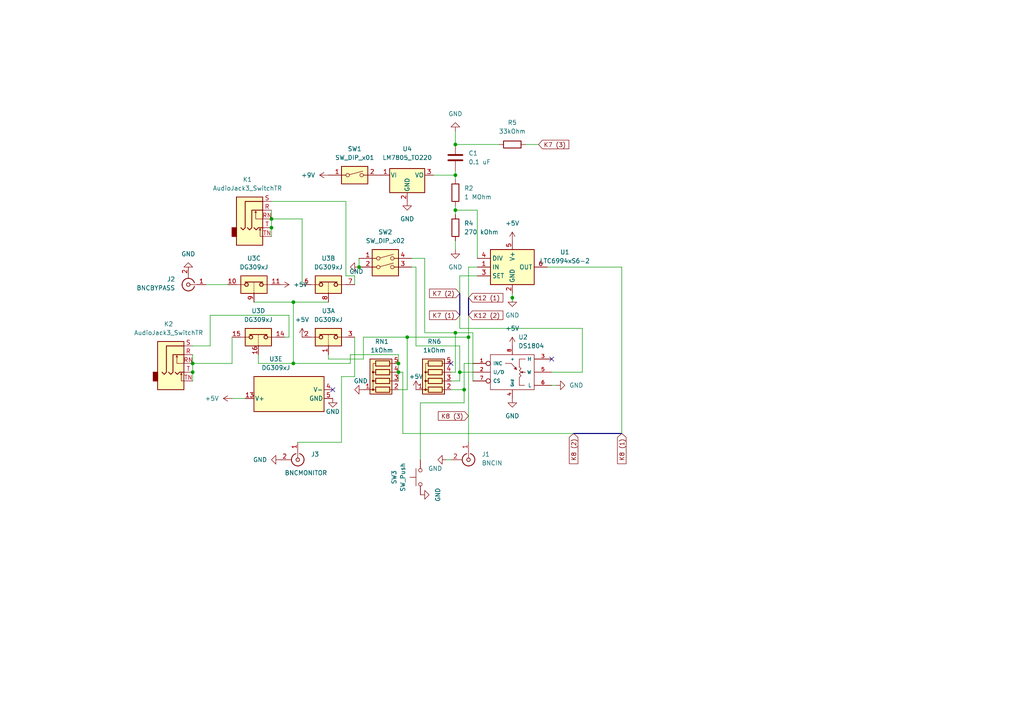
<source format=kicad_sch>
(kicad_sch (version 20211123) (generator eeschema)
  (paper "A4")
  (lib_symbols
    (symbol "Analog_Switch:DG309xJ" (pin_names (offset 0.254))
      (property "Reference" "U" (at -3.175 5.334 0))
      (property "Value" "DG309xJ" (at -3.175 3.556 0))
      (symbol "DG309xJ_1_1"
        (rectangle (start -3.81 2.54) (end 3.81 -2.54) (stroke (width 0.254)) (fill (type background)))
        (circle (center -2.159 0) (radius 0.508) (stroke (width 0.254)))
        (polyline (pts (xy -5.08 0) (xy -2.794 0)))
        (polyline (pts (xy -2.54 0.762) (xy 2.54 0.762)) (stroke (width 0.254)))
        (polyline (pts (xy 0 -2.54) (xy 0 -2.032)))
        (polyline (pts (xy 0 -1.778) (xy 0 -1.524)))
        (polyline (pts (xy 0 -1.27) (xy 0 -1.016)))
        (polyline (pts (xy 0 -0.762) (xy 0 -0.508)))
        (polyline (pts (xy 0 -0.254) (xy 0 0)))
        (polyline (pts (xy 0 0.254) (xy 0 0.508)))
        (polyline (pts (xy 5.08 0) (xy 2.794 0)))
        (circle (center 2.159 0) (radius 0.508) (stroke (width 0.254)))
        (pin input line (at 0 -5.08 90) (length 2.54) (name "~") (number "1"))
        (pin passive line (at -7.62 0 0) (length 2.54) (name "~") (number "2"))
        (pin passive line (at 7.62 0 180) (length 2.54) (name "~") (number "3"))
      )
      (symbol "DG309xJ_2_1"
        (rectangle (start -3.81 2.54) (end 3.81 -2.54) (stroke (width 0.254)) (fill (type background)))
        (circle (center -2.159 0) (radius 0.508) (stroke (width 0.254)))
        (polyline (pts (xy -5.08 0) (xy -2.794 0)))
        (polyline (pts (xy -2.54 0.762) (xy 2.54 0.762)) (stroke (width 0.254)))
        (polyline (pts (xy 0 -2.54) (xy 0 -2.032)))
        (polyline (pts (xy 0 -1.778) (xy 0 -1.524)))
        (polyline (pts (xy 0 -1.27) (xy 0 -1.016)))
        (polyline (pts (xy 0 -0.762) (xy 0 -0.508)))
        (polyline (pts (xy 0 -0.254) (xy 0 0)))
        (polyline (pts (xy 0 0.254) (xy 0 0.508)))
        (polyline (pts (xy 5.08 0) (xy 2.794 0)))
        (circle (center 2.159 0) (radius 0.508) (stroke (width 0.254)))
        (pin passive line (at -7.62 0 0) (length 2.54) (name "~") (number "6"))
        (pin passive line (at 7.62 0 180) (length 2.54) (name "~") (number "7"))
        (pin input line (at 0 -5.08 90) (length 2.54) (name "~") (number "8"))
      )
      (symbol "DG309xJ_3_1"
        (rectangle (start -3.81 2.54) (end 3.81 -2.54) (stroke (width 0.254)) (fill (type background)))
        (circle (center -2.159 0) (radius 0.508) (stroke (width 0.254)))
        (polyline (pts (xy -5.08 0) (xy -2.794 0)))
        (polyline (pts (xy -2.54 0.762) (xy 2.54 0.762)) (stroke (width 0.254)))
        (polyline (pts (xy 0 -2.54) (xy 0 -2.032)))
        (polyline (pts (xy 0 -1.778) (xy 0 -1.524)))
        (polyline (pts (xy 0 -1.27) (xy 0 -1.016)))
        (polyline (pts (xy 0 -0.762) (xy 0 -0.508)))
        (polyline (pts (xy 0 -0.254) (xy 0 0)))
        (polyline (pts (xy 0 0.254) (xy 0 0.508)))
        (polyline (pts (xy 5.08 0) (xy 2.794 0)))
        (circle (center 2.159 0) (radius 0.508) (stroke (width 0.254)))
        (pin passive line (at -7.62 0 0) (length 2.54) (name "~") (number "10"))
        (pin passive line (at 7.62 0 180) (length 2.54) (name "~") (number "11"))
        (pin input line (at 0 -5.08 90) (length 2.54) (name "~") (number "9"))
      )
      (symbol "DG309xJ_4_1"
        (rectangle (start -3.81 2.54) (end 3.81 -2.54) (stroke (width 0.254)) (fill (type background)))
        (circle (center -2.159 0) (radius 0.508) (stroke (width 0.254)))
        (polyline (pts (xy -5.08 0) (xy -2.794 0)))
        (polyline (pts (xy -2.54 0.762) (xy 2.54 0.762)) (stroke (width 0.254)))
        (polyline (pts (xy 0 -2.54) (xy 0 -2.032)))
        (polyline (pts (xy 0 -1.778) (xy 0 -1.524)))
        (polyline (pts (xy 0 -1.27) (xy 0 -1.016)))
        (polyline (pts (xy 0 -0.762) (xy 0 -0.508)))
        (polyline (pts (xy 0 -0.254) (xy 0 0)))
        (polyline (pts (xy 0 0.254) (xy 0 0.508)))
        (polyline (pts (xy 5.08 0) (xy 2.794 0)))
        (circle (center 2.159 0) (radius 0.508) (stroke (width 0.254)))
        (pin passive line (at 7.62 0 180) (length 2.54) (name "~") (number "14"))
        (pin passive line (at -7.62 0 0) (length 2.54) (name "~") (number "15"))
        (pin input line (at 0 -5.08 90) (length 2.54) (name "~") (number "16"))
      )
      (symbol "DG309xJ_5_0"
        (pin no_connect line (at 2.54 10.16 270) (length 2.54) hide (name "NC") (number "12"))
        (pin power_in line (at 0 12.7 270) (length 2.54) (name "V+") (number "13"))
        (pin power_in line (at 2.54 -12.7 90) (length 2.54) (name "V-") (number "4"))
        (pin power_in line (at 0 -12.7 90) (length 2.54) (name "GND") (number "5"))
      )
      (symbol "DG309xJ_5_1"
        (rectangle (start -3.81 10.16) (end 6.35 -10.16) (stroke (width 0.254)) (fill (type background)))
      )
    )
    (symbol "Connector:AudioJack3_SwitchTR"
      (property "Reference" "J" (at 0 8.89 0))
      (property "Value" "AudioJack3_SwitchTR" (at 0 6.35 0))
      (symbol "AudioJack3_SwitchTR_0_1"
        (rectangle (start -5.08 -5.08) (end -6.35 -7.62) (stroke (width 0.254)) (fill (type outline)))
        (polyline (pts (xy 0.508 -0.254) (xy 0.762 -0.762)))
        (polyline (pts (xy 1.778 -5.334) (xy 2.032 -5.842)))
        (polyline (pts (xy 0 -5.08) (xy 0.635 -5.715) (xy 1.27 -5.08) (xy 2.54 -5.08)) (stroke (width 0.254)))
        (polyline (pts (xy 2.54 -7.62) (xy 1.778 -7.62) (xy 1.778 -5.334) (xy 1.524 -5.842)))
        (polyline (pts (xy 2.54 -2.54) (xy 0.508 -2.54) (xy 0.508 -0.254) (xy 0.254 -0.762)))
        (polyline (pts (xy -1.905 -5.08) (xy -1.27 -5.715) (xy -0.635 -5.08) (xy -0.635 0) (xy 2.54 0)) (stroke (width 0.254)))
        (polyline (pts (xy 2.54 2.54) (xy -2.54 2.54) (xy -2.54 -5.08) (xy -3.175 -5.715) (xy -3.81 -5.08)) (stroke (width 0.254)))
        (rectangle (start 2.54 3.81) (end -5.08 -10.16) (stroke (width 0.254)) (fill (type background)))
      )
      (symbol "AudioJack3_SwitchTR_1_1"
        (pin passive line (at 5.08 0 180) (length 2.54) (name "~") (number "R"))
        (pin passive line (at 5.08 -2.54 180) (length 2.54) (name "~") (number "RN"))
        (pin passive line (at 5.08 2.54 180) (length 2.54) (name "~") (number "S"))
        (pin passive line (at 5.08 -5.08 180) (length 2.54) (name "~") (number "T"))
        (pin passive line (at 5.08 -7.62 180) (length 2.54) (name "~") (number "TN"))
      )
    )
    (symbol "Connector:Conn_Coaxial" (pin_names (offset 1.016) hide)
      (property "Reference" "J" (at 0.254 3.048 0))
      (property "Value" "Conn_Coaxial" (at 2.921 0 90))
      (symbol "Conn_Coaxial_0_1"
        (arc (start -1.778 -0.508) (mid 0.2311 -1.8066) (end 1.778 0) (stroke (width 0.254)))
        (polyline (pts (xy -2.54 0) (xy -0.508 0)))
        (polyline (pts (xy 0 -2.54) (xy 0 -1.778)))
        (circle (center 0 0) (radius 0.508) (stroke (width 0.2032)))
        (arc (start 1.778 0) (mid 0.2099 1.8101) (end -1.778 0.508) (stroke (width 0.254)))
      )
      (symbol "Conn_Coaxial_1_1"
        (pin passive line (at -5.08 0 0) (length 2.54) (name "In") (number "1"))
        (pin passive line (at 0 -5.08 90) (length 2.54) (name "Ext") (number "2"))
      )
    )
    (symbol "Device:C" (pin_numbers hide) (pin_names (offset 0.254))
      (property "Reference" "C" (at 0.635 2.54 0))
      (property "Value" "C" (at 0.635 -2.54 0))
      (symbol "C_0_1"
        (polyline (pts (xy -2.032 -0.762) (xy 2.032 -0.762)) (stroke (width 0.508)))
        (polyline (pts (xy -2.032 0.762) (xy 2.032 0.762)) (stroke (width 0.508)))
      )
      (symbol "C_1_1"
        (pin passive line (at 0 3.81 270) (length 2.794) (name "~") (number "1"))
        (pin passive line (at 0 -3.81 90) (length 2.794) (name "~") (number "2"))
      )
    )
    (symbol "Device:R" (pin_numbers hide) (pin_names (offset 0))
      (property "Reference" "R" (at 2.032 0 90))
      (property "Value" "R" (at 0 0 90))
      (symbol "R_0_1"
        (rectangle (start -1.016 -2.54) (end 1.016 2.54) (stroke (width 0.254)))
      )
      (symbol "R_1_1"
        (pin passive line (at 0 3.81 270) (length 1.27) (name "~") (number "1"))
        (pin passive line (at 0 -3.81 90) (length 1.27) (name "~") (number "2"))
      )
    )
    (symbol "Device:R_Network04" (pin_names (offset 0) hide)
      (property "Reference" "RN" (at -7.62 0 90))
      (property "Value" "R_Network04" (at 5.08 0 90))
      (symbol "R_Network04_0_1"
        (rectangle (start -6.35 -3.175) (end 3.81 3.175) (stroke (width 0.254)) (fill (type background)))
        (rectangle (start -5.842 1.524) (end -4.318 -2.54) (stroke (width 0.254)))
        (circle (center -5.08 2.286) (radius 0.254) (fill (type outline)))
        (rectangle (start -3.302 1.524) (end -1.778 -2.54) (stroke (width 0.254)))
        (circle (center -2.54 2.286) (radius 0.254) (fill (type outline)))
        (rectangle (start -0.762 1.524) (end 0.762 -2.54) (stroke (width 0.254)))
        (polyline (pts (xy -5.08 -2.54) (xy -5.08 -3.81)))
        (polyline (pts (xy -2.54 -2.54) (xy -2.54 -3.81)))
        (polyline (pts (xy 0 -2.54) (xy 0 -3.81)))
        (polyline (pts (xy 2.54 -2.54) (xy 2.54 -3.81)))
        (polyline (pts (xy -5.08 1.524) (xy -5.08 2.286) (xy -2.54 2.286) (xy -2.54 1.524)))
        (polyline (pts (xy -2.54 1.524) (xy -2.54 2.286) (xy 0 2.286) (xy 0 1.524)))
        (polyline (pts (xy 0 1.524) (xy 0 2.286) (xy 2.54 2.286) (xy 2.54 1.524)))
        (circle (center 0 2.286) (radius 0.254) (fill (type outline)))
        (rectangle (start 1.778 1.524) (end 3.302 -2.54) (stroke (width 0.254)))
      )
      (symbol "R_Network04_1_1"
        (pin passive line (at -5.08 5.08 270) (length 2.54) (name "common") (number "1"))
        (pin passive line (at -5.08 -5.08 90) (length 1.27) (name "R1") (number "2"))
        (pin passive line (at -2.54 -5.08 90) (length 1.27) (name "R2") (number "3"))
        (pin passive line (at 0 -5.08 90) (length 1.27) (name "R3") (number "4"))
        (pin passive line (at 2.54 -5.08 90) (length 1.27) (name "R4") (number "5"))
      )
    )
    (symbol "Regulator_Linear:LM7805_TO220" (pin_names (offset 0.254))
      (property "Reference" "U" (at -3.81 3.175 0))
      (property "Value" "LM7805_TO220" (at 0 3.175 0))
      (symbol "LM7805_TO220_0_1"
        (rectangle (start -5.08 1.905) (end 5.08 -5.08) (stroke (width 0.254)) (fill (type background)))
      )
      (symbol "LM7805_TO220_1_1"
        (pin power_in line (at -7.62 0 0) (length 2.54) (name "VI") (number "1"))
        (pin power_in line (at 0 -7.62 90) (length 2.54) (name "GND") (number "2"))
        (pin power_out line (at 7.62 0 180) (length 2.54) (name "VO") (number "3"))
      )
    )
    (symbol "Sensor_Temperature:DS1804" (pin_names (offset 0.762))
      (property "Reference" "U" (at 3.81 6.35 0))
      (property "Value" "DS1804" (at 6.35 -6.35 0))
      (symbol "DS1804_0_1"
        (rectangle (start -6.35 5.08) (end 6.35 -5.08))
        (polyline (pts (xy 2.032 -1.524) (xy 2.032 -3.81)))
        (polyline (pts (xy 3.556 -3.81) (xy 2.032 -3.81)))
        (polyline (pts (xy 3.81 0) (xy 3.048 0)))
        (polyline (pts (xy -2.032 2.54) (xy -0.254 2.54) (xy 1.27 0.762)))
        (polyline (pts (xy 1.016 1.524) (xy 1.27 0.762) (xy 0.508 1.016)) (fill (type outline)))
        (polyline (pts (xy 2.032 1.524) (xy 2.032 3.81) (xy 3.81 3.81)))
        (polyline (pts (xy 3.048 -0.254) (xy 2.54 0) (xy 3.048 0.254)) (fill (type outline)))
        (polyline (pts (xy 2.54 0) (xy 2.032 0.508) (xy 2.54 1.016) (xy 2.032 1.524)))
        (polyline (pts (xy 2.54 0) (xy 2.032 -0.508) (xy 2.54 -1.016) (xy 2.032 -1.524) (xy 2.032 -1.524)))
      )
      (symbol "DS1804_1_1"
        (pin input inverted (at -11.43 2.54 0) (length 5.08) (name "INC") (number "1"))
        (pin input line (at -11.43 0 0) (length 5.08) (name "U/D") (number "2"))
        (pin passive line (at 11.43 3.81 180) (length 5.08) (name "H") (number "3"))
        (pin power_in line (at 0 -7.62 90) (length 2.54) (name "Gnd") (number "4"))
        (pin passive line (at 11.43 0 180) (length 5.08) (name "W") (number "5"))
        (pin passive line (at 11.43 -3.81 180) (length 5.08) (name "L") (number "6"))
        (pin input inverted (at -11.43 -2.54 0) (length 5.08) (name "CS") (number "7"))
        (pin power_in line (at 0 7.62 270) (length 2.54) (name "+") (number "8"))
      )
    )
    (symbol "Switch:SW_DIP_x01" (pin_names (offset 0) hide)
      (property "Reference" "SW" (at 0 3.81 0))
      (property "Value" "SW_DIP_x01" (at 0 -3.81 0))
      (symbol "SW_DIP_x01_0_0"
        (circle (center -2.032 0) (radius 0.508))
        (polyline (pts (xy -1.524 0.127) (xy 2.3622 1.1684)))
        (circle (center 2.032 0) (radius 0.508))
      )
      (symbol "SW_DIP_x01_0_1"
        (rectangle (start -3.81 2.54) (end 3.81 -2.54) (stroke (width 0.254)) (fill (type background)))
      )
      (symbol "SW_DIP_x01_1_1"
        (pin passive line (at -7.62 0 0) (length 5.08) (name "~") (number "1"))
        (pin passive line (at 7.62 0 180) (length 5.08) (name "~") (number "2"))
      )
    )
    (symbol "Switch:SW_DIP_x02" (pin_names (offset 0) hide)
      (property "Reference" "SW" (at 0 6.35 0))
      (property "Value" "SW_DIP_x02" (at 0 -3.81 0))
      (symbol "SW_DIP_x02_0_0"
        (circle (center -2.032 0) (radius 0.508))
        (circle (center -2.032 2.54) (radius 0.508))
        (polyline (pts (xy -1.524 0.127) (xy 2.3622 1.1684)))
        (polyline (pts (xy -1.524 2.667) (xy 2.3622 3.7084)))
        (circle (center 2.032 0) (radius 0.508))
        (circle (center 2.032 2.54) (radius 0.508))
      )
      (symbol "SW_DIP_x02_0_1"
        (rectangle (start -3.81 5.08) (end 3.81 -2.54) (stroke (width 0.254)) (fill (type background)))
      )
      (symbol "SW_DIP_x02_1_1"
        (pin passive line (at -7.62 2.54 0) (length 5.08) (name "~") (number "1"))
        (pin passive line (at -7.62 0 0) (length 5.08) (name "~") (number "2"))
        (pin passive line (at 7.62 0 180) (length 5.08) (name "~") (number "3"))
        (pin passive line (at 7.62 2.54 180) (length 5.08) (name "~") (number "4"))
      )
    )
    (symbol "Switch:SW_Push" (pin_numbers hide) (pin_names (offset 1.016) hide)
      (property "Reference" "SW" (at 1.27 2.54 0))
      (property "Value" "SW_Push" (at 0 -1.524 0))
      (symbol "SW_Push_0_1"
        (circle (center -2.032 0) (radius 0.508))
        (polyline (pts (xy 0 1.27) (xy 0 3.048)))
        (polyline (pts (xy 2.54 1.27) (xy -2.54 1.27)))
        (circle (center 2.032 0) (radius 0.508))
        (pin passive line (at -5.08 0 0) (length 2.54) (name "1") (number "1"))
        (pin passive line (at 5.08 0 180) (length 2.54) (name "2") (number "2"))
      )
    )
    (symbol "Timer:LTC6994xS6-2"
      (property "Reference" "U" (at -6.35 6.35 0))
      (property "Value" "LTC6994xS6-2" (at 7.62 6.35 0))
      (symbol "LTC6994xS6-2_0_1"
        (rectangle (start -6.35 5.08) (end 6.35 -5.08) (stroke (width 0.254)) (fill (type background)))
      )
      (symbol "LTC6994xS6-2_1_1"
        (pin input line (at -10.16 0 0) (length 3.81) (name "IN") (number "1"))
        (pin power_in line (at 0 -7.62 90) (length 2.54) (name "GND") (number "2"))
        (pin passive line (at -10.16 -2.54 0) (length 3.81) (name "SET") (number "3"))
        (pin input line (at -10.16 2.54 0) (length 3.81) (name "DIV") (number "4"))
        (pin power_in line (at 0 7.62 270) (length 2.54) (name "V+") (number "5"))
        (pin output line (at 10.16 0 180) (length 3.81) (name "OUT") (number "6"))
      )
    )
    (symbol "power:+5V" (power) (pin_names (offset 0))
      (property "Value" "+5V" (at 0 3.556 0))
      (symbol "+5V_0_1"
        (polyline (pts (xy -0.762 1.27) (xy 0 2.54)))
        (polyline (pts (xy 0 0) (xy 0 2.54)))
        (polyline (pts (xy 0 2.54) (xy 0.762 1.27)))
      )
      (symbol "+5V_1_1"
        (pin power_in line (at 0 0 90) (length 0) hide (name "+5V") (number "1"))
      )
    )
    (symbol "power:+9V" (power) (pin_names (offset 0))
      (property "Value" "+9V" (at 0 3.556 0))
      (symbol "+9V_0_1"
        (polyline (pts (xy -0.762 1.27) (xy 0 2.54)))
        (polyline (pts (xy 0 0) (xy 0 2.54)))
        (polyline (pts (xy 0 2.54) (xy 0.762 1.27)))
      )
      (symbol "+9V_1_1"
        (pin power_in line (at 0 0 90) (length 0) hide (name "+9V") (number "1"))
      )
    )
    (symbol "power:GND" (power) (pin_names (offset 0))
      (property "Value" "GND" (at 0 -3.81 0))
      (symbol "GND_0_1"
        (polyline (pts (xy 0 0) (xy 0 -1.27) (xy 1.27 -1.27) (xy 0 -2.54) (xy -1.27 -1.27) (xy 0 -1.27)))
      )
      (symbol "GND_1_1"
        (pin power_in line (at 0 0 270) (length 0) hide (name "GND") (number "1"))
      )
    )
  )
  (junction (at 55.88 107.95))
  (junction (at 132.08 41.91))
  (junction (at 115.57 105.41))
  (junction (at 115.57 107.95))
  (junction (at 132.08 50.8))
  (junction (at 132.08 96.52))
  (junction (at 55.88 105.41))
  (junction (at 132.08 60.96))
  (junction (at 135.89 97.79))
  (junction (at 85.09 87.63))
  (junction (at 118.11 97.79))
  (junction (at 148.59 86.36))
  (junction (at 78.74 66.04))
  (junction (at 78.74 63.5))
  (junction (at 133.35 107.95))
  (junction (at 104.14 77.47))
  (junction (at 134.62 113.03))
  (junction (at 85.09 105.41))
  (no_connect (at 130.81 105.41))
  (no_connect (at 160.02 104.14))
  (no_connect (at 96.52 113.03))
  (wire (pts (xy 129.54 133.35) (xy 130.81 133.35)))
  (wire (pts (xy 168.91 107.95) (xy 160.02 107.95)))
  (wire (pts (xy 133.35 107.95) (xy 133.35 110.49)))
  (wire (pts (xy 133.35 107.95) (xy 133.35 100.33)))
  (wire (pts (xy 100.33 58.42) (xy 100.33 80.01)))
  (wire (pts (xy 133.35 95.25) (xy 168.91 95.25)))
  (wire (pts (xy 137.16 105.41) (xy 134.62 105.41)))
  (wire (pts (xy 102.87 97.79) (xy 102.87 109.22)))
  (wire (pts (xy 160.02 111.76) (xy 161.29 111.76)))
  (wire (pts (xy 138.43 60.96) (xy 138.43 74.93)))
  (wire (pts (xy 102.87 80.01) (xy 102.87 82.55)))
  (wire (pts (xy 118.11 113.03) (xy 115.57 113.03)))
  (wire (pts (xy 132.08 96.52) (xy 132.08 107.95)))
  (wire (pts (xy 148.59 86.36) (xy 148.59 87.63)))
  (wire (pts (xy 78.74 63.5) (xy 87.63 63.5)))
  (wire (pts (xy 134.62 105.41) (xy 134.62 113.03)))
  (wire (pts (xy 132.08 60.96) (xy 138.43 60.96)))
  (wire (pts (xy 83.82 91.44) (xy 60.96 91.44)))
  (wire (pts (xy 118.11 97.79) (xy 118.11 113.03)))
  (wire (pts (xy 55.88 107.95) (xy 55.88 110.49)))
  (wire (pts (xy 115.57 102.87) (xy 101.6 102.87)))
  (wire (pts (xy 55.88 100.33) (xy 60.96 100.33)))
  (wire (pts (xy 85.09 87.63) (xy 85.09 105.41)))
  (wire (pts (xy 85.09 105.41) (xy 101.6 105.41)))
  (wire (pts (xy 74.93 105.41) (xy 74.93 102.87)))
  (wire (pts (xy 101.6 102.87) (xy 101.6 105.41)))
  (wire (pts (xy 95.25 104.14) (xy 95.25 102.87)))
  (wire (pts (xy 137.16 107.95) (xy 133.35 107.95)))
  (wire (pts (xy 87.63 63.5) (xy 87.63 82.55)))
  (wire (pts (xy 148.59 85.09) (xy 148.59 86.36)))
  (wire (pts (xy 115.57 107.95) (xy 115.57 110.49)))
  (wire (pts (xy 132.08 60.96) (xy 132.08 62.23)))
  (wire (pts (xy 120.65 77.47) (xy 119.38 77.47)))
  (wire (pts (xy 152.4 41.91) (xy 156.21 41.91)))
  (wire (pts (xy 59.69 82.55) (xy 66.04 82.55)))
  (wire (pts (xy 135.89 97.79) (xy 135.89 128.27)))
  (wire (pts (xy 158.75 77.47) (xy 180.34 77.47)))
  (wire (pts (xy 105.41 97.79) (xy 105.41 104.14)))
  (wire (pts (xy 120.65 100.33) (xy 133.35 100.33)))
  (wire (pts (xy 120.65 100.33) (xy 120.65 77.47)))
  (wire (pts (xy 100.33 80.01) (xy 102.87 80.01)))
  (wire (pts (xy 105.41 104.14) (xy 95.25 104.14)))
  (wire (pts (xy 125.73 50.8) (xy 132.08 50.8)))
  (wire (pts (xy 115.57 107.95) (xy 116.84 107.95)))
  (wire (pts (xy 134.62 113.03) (xy 130.81 113.03)))
  (wire (pts (xy 132.08 38.1) (xy 132.08 41.91)))
  (wire (pts (xy 133.35 80.01) (xy 133.35 85.09)))
  (wire (pts (xy 83.82 91.44) (xy 83.82 97.79)))
  (wire (pts (xy 138.43 80.01) (xy 133.35 80.01)))
  (wire (pts (xy 138.43 77.47) (xy 135.89 77.47)))
  (wire (pts (xy 135.89 77.47) (xy 135.89 86.36)))
  (wire (pts (xy 168.91 95.25) (xy 168.91 107.95)))
  (wire (pts (xy 85.09 87.63) (xy 95.25 87.63)))
  (wire (pts (xy 133.35 91.44) (xy 133.35 95.25)))
  (wire (pts (xy 132.08 50.8) (xy 132.08 52.07)))
  (wire (pts (xy 132.08 96.52) (xy 123.19 96.52)))
  (wire (pts (xy 73.66 87.63) (xy 85.09 87.63)))
  (wire (pts (xy 102.87 109.22) (xy 99.06 109.22)))
  (wire (pts (xy 132.08 59.69) (xy 132.08 60.96)))
  (wire (pts (xy 67.31 97.79) (xy 67.31 105.41)))
  (wire (pts (xy 180.34 77.47) (xy 180.34 125.73)))
  (wire (pts (xy 137.16 96.52) (xy 132.08 96.52)))
  (wire (pts (xy 135.89 97.79) (xy 118.11 97.79)))
  (wire (pts (xy 104.14 74.93) (xy 104.14 77.47)))
  (wire (pts (xy 123.19 74.93) (xy 119.38 74.93)))
  (bus (pts (xy 133.35 85.09) (xy 133.35 91.44)))
  (wire (pts (xy 78.74 58.42) (xy 100.33 58.42)))
  (wire (pts (xy 74.93 105.41) (xy 85.09 105.41)))
  (bus (pts (xy 166.37 125.73) (xy 180.34 125.73)))
  (wire (pts (xy 67.31 115.57) (xy 71.12 115.57)))
  (wire (pts (xy 60.96 91.44) (xy 60.96 100.33)))
  (wire (pts (xy 132.08 69.85) (xy 132.08 72.39)))
  (wire (pts (xy 132.08 41.91) (xy 144.78 41.91)))
  (wire (pts (xy 130.81 107.95) (xy 132.08 107.95)))
  (wire (pts (xy 134.62 116.84) (xy 134.62 113.03)))
  (wire (pts (xy 55.88 102.87) (xy 55.88 105.41)))
  (wire (pts (xy 78.74 60.96) (xy 78.74 63.5)))
  (wire (pts (xy 115.57 105.41) (xy 115.57 107.95)))
  (wire (pts (xy 78.74 63.5) (xy 78.74 66.04)))
  (wire (pts (xy 130.81 110.49) (xy 133.35 110.49)))
  (wire (pts (xy 99.06 109.22) (xy 99.06 128.27)))
  (wire (pts (xy 55.88 105.41) (xy 67.31 105.41)))
  (wire (pts (xy 116.84 107.95) (xy 116.84 125.73)))
  (wire (pts (xy 121.92 133.35) (xy 121.92 116.84)))
  (wire (pts (xy 55.88 105.41) (xy 55.88 107.95)))
  (wire (pts (xy 116.84 125.73) (xy 166.37 125.73)))
  (wire (pts (xy 99.06 128.27) (xy 86.36 128.27)))
  (wire (pts (xy 137.16 96.52) (xy 137.16 110.49)))
  (wire (pts (xy 135.89 91.44) (xy 135.89 97.79)))
  (wire (pts (xy 115.57 102.87) (xy 115.57 105.41)))
  (wire (pts (xy 83.82 97.79) (xy 82.55 97.79)))
  (bus (pts (xy 135.89 86.36) (xy 135.89 91.44)))
  (wire (pts (xy 123.19 96.52) (xy 123.19 74.93)))
  (wire (pts (xy 78.74 66.04) (xy 78.74 68.58)))
  (wire (pts (xy 118.11 97.79) (xy 105.41 97.79)))
  (wire (pts (xy 132.08 49.53) (xy 132.08 50.8)))
  (wire (pts (xy 121.92 116.84) (xy 134.62 116.84)))
  (global_label "K7 (3)" (shape input) (at 156.21 41.91 0) (property "Intersheet References" "${INTERSHEET_REFS}" (effects hide)))
  (global_label "K12 (1)" (shape input) (at 135.89 86.36 0) (property "Intersheet References" "${INTERSHEET_REFS}" (effects hide)))
  (global_label "K12 (2)" (shape input) (at 135.89 91.44 0) (property "Intersheet References" "${INTERSHEET_REFS}" (effects hide)))
  (global_label "K8 (3)" (shape input) (at 135.89 120.65 180) (property "Intersheet References" "${INTERSHEET_REFS}" (effects hide)))
  (global_label "K8 (1)" (shape input) (at 180.34 125.73 270) (property "Intersheet References" "${INTERSHEET_REFS}" (effects hide)))
  (global_label "K7 (1)" (shape input) (at 133.35 91.44 180) (property "Intersheet References" "${INTERSHEET_REFS}" (effects hide)))
  (global_label "K7 (2)" (shape input) (at 133.35 85.09 180) (property "Intersheet References" "${INTERSHEET_REFS}" (effects hide)))
  (global_label "K8 (2)" (shape input) (at 166.37 125.73 270) (property "Intersheet References" "${INTERSHEET_REFS}" (effects hide)))
  (symbol (lib_id "Sensor_Temperature:DS1804") (at 148.59 107.95 0) (unit 1)
    (property "Reference" "U2" (at 150.33 97.79 0) (effects (justify left)))
    (property "Value" "DS1804" (at 150.33 100.33 0) (effects (justify left)))
  )
  (symbol (lib_id "power:+5V") (at 148.59 100.33 0) (unit 1)
    (property "Reference" "#PWR0114" (effects hide))
    (property "Value" "+5V" (at 148.59 95.25 0))
  )
  (symbol (lib_id "power:GND") (at 148.59 86.36 0) (unit 1)
    (property "Reference" "#PWR0113" (effects hide))
    (property "Value" "GND" (at 148.59 91.44 0))
  )
  (symbol (lib_id "Timer:LTC6994xS6-2") (at 148.59 77.47 0) (unit 1)
    (property "Reference" "U1" (at 163.83 73.1393 0))
    (property "Value" "LTC6994xS6-2" (at 163.83 75.6793 0))
    (property "Footprint" "Package_TO_SOT_SMD:TSOT-23-6" (effects hide))
    (property "Datasheet" "https://www.analog.com/media/en/technical-documentation/data-sheets/699412fb.pdf" (effects hide))
  )
  (symbol (lib_id "power:GND") (at 118.11 58.42 0) (unit 1)
    (property "Reference" "#PWR0104" (effects hide))
    (property "Value" "GND" (at 118.11 63.5 0))
  )
  (symbol (lib_id "Connector:AudioJack3_SwitchTR") (at 50.8 102.87 0) (unit 1)
    (property "Reference" "K2" (at 48.895 93.98 0))
    (property "Value" "AudioJack3_SwitchTR" (at 48.895 96.52 0))
  )
  (symbol (lib_id "Device:R") (at 132.08 55.88 0) (unit 1)
    (property "Reference" "R2" (at 134.62 54.6099 0) (effects (justify left)))
    (property "Value" "1 MOhm" (at 134.62 57.1499 0) (effects (justify left)))
  )
  (symbol (lib_id "Analog_Switch:DG309xJ") (at 95.25 97.79 0) (unit 1)
    (property "Reference" "U3" (at 95.25 90.17 0))
    (property "Value" "DG309xJ" (at 95.25 92.71 0))
    (property "Footprint" "Package_DIP:DIP-16_W7.62mm" (effects hide))
    (property "Datasheet" "http://pdf.datasheetcatalog.com/datasheets/70/494502_DS.pdf" (effects hide))
  )
  (symbol (lib_id "power:GND") (at 104.14 77.47 270) (unit 1)
    (property "Reference" "#PWR0110" (effects hide))
    (property "Value" "GND" (at 105.41 78.74 90) (effects (justify right)))
  )
  (symbol (lib_id "power:GND") (at 148.59 115.57 0) (unit 1)
    (property "Reference" "#PWR0118" (effects hide))
    (property "Value" "GND" (at 148.59 120.65 0))
  )
  (symbol (lib_id "power:GND") (at 81.28 133.35 270) (unit 1)
    (property "Reference" "#PWR0108" (effects hide))
    (property "Value" "GND" (at 77.47 133.3499 90) (effects (justify right)))
  )
  (symbol (lib_id "Device:C") (at 132.08 45.72 0) (unit 1)
    (property "Reference" "C1" (at 135.89 44.4499 0) (effects (justify left)))
    (property "Value" "0.1 uF" (at 135.89 46.9899 0) (effects (justify left)))
  )
  (symbol (lib_id "Device:R_Network04") (at 110.49 107.95 90) (unit 1)
    (property "Reference" "RN1" (at 110.744 99.06 90))
    (property "Value" "1kOhm" (at 110.744 101.6 90))
    (property "Footprint" "Resistor_THT:R_Array_SIP5" (effects hide))
    (property "Datasheet" "http://www.vishay.com/docs/31509/csc.pdf" (effects hide))
  )
  (symbol (lib_id "power:GND") (at 129.54 133.35 270) (unit 1)
    (property "Reference" "#PWR0117" (effects hide))
    (property "Value" "GND" (at 128.27 135.89 90) (effects (justify right)))
  )
  (symbol (lib_id "power:+5V") (at 148.59 69.85 0) (unit 1)
    (property "Reference" "#PWR0116" (effects hide))
    (property "Value" "+5V" (at 148.59 64.77 0))
  )
  (symbol (lib_id "power:GND") (at 54.61 78.74 180) (unit 1)
    (property "Reference" "#PWR0102" (effects hide))
    (property "Value" "GND" (at 54.61 73.66 0))
  )
  (symbol (lib_id "Device:R_Network04") (at 125.73 107.95 90) (unit 1)
    (property "Reference" "RN6" (at 125.984 99.06 90))
    (property "Value" "1kOhm" (at 125.984 101.6 90))
    (property "Footprint" "Resistor_THT:R_Array_SIP5" (effects hide))
    (property "Datasheet" "http://www.vishay.com/docs/31509/csc.pdf" (effects hide))
  )
  (symbol (lib_id "Connector:Conn_Coaxial") (at 54.61 82.55 180) (unit 1)
    (property "Reference" "J2" (at 50.8 80.9867 0) (effects (justify left)))
    (property "Value" "BNCBYPASS" (at 50.8 83.5267 0) (effects (justify left)))
    (property "Datasheet" " ~" (effects hide))
  )
  (symbol (lib_id "power:+9V") (at 95.25 50.8 90) (unit 1)
    (property "Reference" "#PWR0103" (effects hide))
    (property "Value" "+9V" (at 91.44 50.7999 90) (effects (justify left)))
  )
  (symbol (lib_id "power:+5V") (at 87.63 97.79 0) (unit 1)
    (property "Reference" "#PWR0112" (effects hide))
    (property "Value" "+5V" (at 87.63 92.71 0))
  )
  (symbol (lib_id "power:GND") (at 121.92 143.51 90) (unit 1)
    (property "Reference" "#PWR0109" (effects hide))
    (property "Value" "GND" (at 127 143.51 0))
  )
  (symbol (lib_id "power:GND") (at 161.29 111.76 90) (unit 1)
    (property "Reference" "#PWR0120" (effects hide))
    (property "Value" "GND" (at 165.1 111.7599 90) (effects (justify right)))
  )
  (symbol (lib_id "Regulator_Linear:LM7805_TO220") (at 118.11 50.8 0) (unit 1)
    (property "Reference" "U4" (at 118.11 43.18 0))
    (property "Value" "LM7805_TO220" (at 118.11 45.72 0))
    (property "Footprint" "Package_TO_SOT_THT:TO-220-3_Vertical" (effects hide))
    (property "Datasheet" "https://www.onsemi.cn/PowerSolutions/document/MC7800-D.PDF" (effects hide))
  )
  (symbol (lib_id "power:+5V") (at 81.28 82.55 270) (unit 1)
    (property "Reference" "#PWR0111" (effects hide))
    (property "Value" "+5V" (at 85.09 82.5499 90) (effects (justify left)))
  )
  (symbol (lib_id "Analog_Switch:DG309xJ") (at 74.93 97.79 0) (unit 4)
    (property "Reference" "U3" (at 74.93 90.17 0))
    (property "Value" "DG309xJ" (at 74.93 92.71 0))
    (property "Footprint" "Package_DIP:DIP-16_W7.62mm" (effects hide))
    (property "Datasheet" "http://pdf.datasheetcatalog.com/datasheets/70/494502_DS.pdf" (effects hide))
  )
  (symbol (lib_id "power:GND") (at 132.08 38.1 180) (unit 1)
    (property "Reference" "#PWR0105" (effects hide))
    (property "Value" "GND" (at 132.08 33.02 0))
  )
  (symbol (lib_id "power:GND") (at 96.52 115.57 0) (unit 1)
    (property "Reference" "#PWR0106" (effects hide))
    (property "Value" "GND" (at 96.52 119.38 0))
  )
  (symbol (lib_id "Switch:SW_DIP_x02") (at 111.76 77.47 0) (unit 1)
    (property "Reference" "SW2" (at 111.76 67.31 0))
    (property "Value" "SW_DIP_x02" (at 111.76 69.85 0))
  )
  (symbol (lib_id "power:GND") (at 132.08 72.39 0) (unit 1)
    (property "Reference" "#PWR0115" (effects hide))
    (property "Value" "GND" (at 132.08 77.47 0))
  )
  (symbol (lib_id "Analog_Switch:DG309xJ") (at 73.66 82.55 0) (unit 3)
    (property "Reference" "U3" (at 73.66 74.93 0))
    (property "Value" "DG309xJ" (at 73.66 77.47 0))
    (property "Footprint" "Package_DIP:DIP-16_W7.62mm" (effects hide))
    (property "Datasheet" "http://pdf.datasheetcatalog.com/datasheets/70/494502_DS.pdf" (effects hide))
  )
  (symbol (lib_id "Switch:SW_Push") (at 121.92 138.43 90) (unit 1)
    (property "Reference" "SW3" (at 114.3 138.43 0))
    (property "Value" "SW_Push" (at 116.84 138.43 0))
  )
  (symbol (lib_id "power:+5V") (at 120.65 113.03 0) (unit 1)
    (property "Reference" "#PWR0119" (effects hide))
    (property "Value" "+5V" (at 120.65 109.22 0))
  )
  (symbol (lib_id "Switch:SW_DIP_x01") (at 102.87 50.8 0) (unit 1)
    (property "Reference" "SW1" (at 102.87 43.18 0))
    (property "Value" "SW_DIP_x01" (at 102.87 45.72 0))
  )
  (symbol (lib_id "power:+5V") (at 67.31 115.57 90) (unit 1)
    (property "Reference" "#PWR0101" (effects hide))
    (property "Value" "+5V" (at 63.5 115.5699 90) (effects (justify left)))
  )
  (symbol (lib_id "Analog_Switch:DG309xJ") (at 83.82 115.57 90) (unit 5)
    (property "Reference" "U3" (at 80.01 104.14 90))
    (property "Value" "DG309xJ" (at 80.01 106.68 90))
    (property "Footprint" "Package_DIP:DIP-16_W7.62mm" (effects hide))
    (property "Datasheet" "http://pdf.datasheetcatalog.com/datasheets/70/494502_DS.pdf" (effects hide))
  )
  (symbol (lib_id "Connector:AudioJack3_SwitchTR") (at 73.66 60.96 0) (unit 1)
    (property "Reference" "K1" (at 71.755 52.07 0))
    (property "Value" "AudioJack3_SwitchTR" (at 71.755 54.61 0))
  )
  (symbol (lib_id "Device:R") (at 132.08 66.04 0) (unit 1)
    (property "Reference" "R4" (at 134.62 64.7699 0) (effects (justify left)))
    (property "Value" "270 kOhm" (at 134.62 67.3099 0) (effects (justify left)))
  )
  (symbol (lib_id "Connector:Conn_Coaxial") (at 86.36 133.35 270) (unit 1)
    (property "Reference" "J3" (at 90.17 131.7624 90) (effects (justify left)))
    (property "Value" "BNCMONITOR" (at 82.55 137.16 90) (effects (justify left)))
    (property "Datasheet" " ~" (effects hide))
  )
  (symbol (lib_id "Analog_Switch:DG309xJ") (at 95.25 82.55 0) (unit 2)
    (property "Reference" "U3" (at 95.25 74.93 0))
    (property "Value" "DG309xJ" (at 95.25 77.47 0))
    (property "Footprint" "Package_DIP:DIP-16_W7.62mm" (effects hide))
    (property "Datasheet" "http://pdf.datasheetcatalog.com/datasheets/70/494502_DS.pdf" (effects hide))
  )
  (symbol (lib_id "Device:R") (at 148.59 41.91 90) (unit 1)
    (property "Reference" "R5" (at 148.59 35.56 90))
    (property "Value" "33kOhm" (at 148.59 38.1 90))
  )
  (symbol (lib_id "power:GND") (at 105.41 113.03 270) (unit 1)
    (property "Reference" "#PWR0107" (effects hide))
    (property "Value" "GND" (at 106.68 110.49 90) (effects (justify right)))
  )
  (symbol (lib_id "Connector:Conn_Coaxial") (at 135.89 133.35 270) (unit 1)
    (property "Reference" "J1" (at 139.7 131.7624 90) (effects (justify left)))
    (property "Value" "BNCIN" (at 139.7 134.3024 90) (effects (justify left)))
    (property "Datasheet" " ~" (effects hide))
  )
)
</source>
